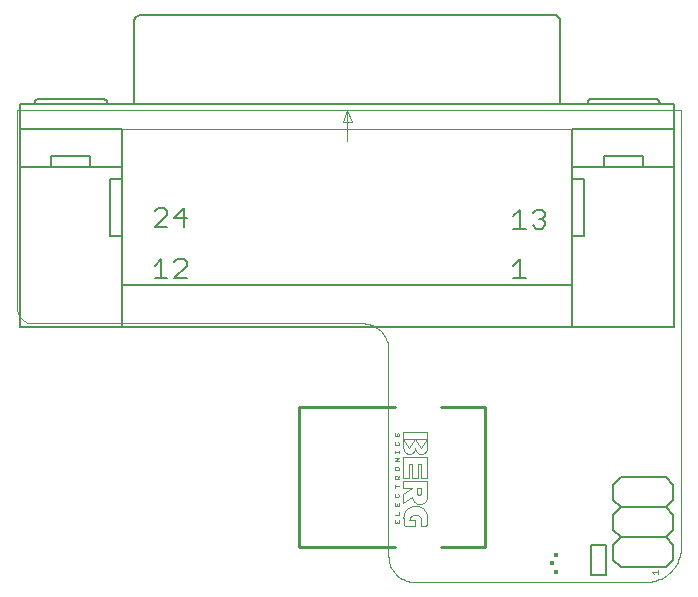
<source format=gto>
G75*
%MOIN*%
%OFA0B0*%
%FSLAX24Y24*%
%IPPOS*%
%LPD*%
%AMOC8*
5,1,8,0,0,1.08239X$1,22.5*
%
%ADD10C,0.0039*%
%ADD11C,0.0040*%
%ADD12C,0.0060*%
%ADD13C,0.0020*%
%ADD14C,0.0070*%
%ADD15C,0.0100*%
%ADD16C,0.0010*%
%ADD17R,0.0167X0.0128*%
%ADD18R,0.0138X0.0138*%
%ADD19C,0.0050*%
D10*
X011639Y008800D02*
X011696Y008798D01*
X011753Y008793D01*
X011810Y008783D01*
X011865Y008770D01*
X011920Y008754D01*
X011974Y008733D01*
X012026Y008710D01*
X012077Y008683D01*
X012125Y008653D01*
X012172Y008619D01*
X012216Y008583D01*
X012258Y008544D01*
X012297Y008502D01*
X012333Y008458D01*
X012367Y008411D01*
X012397Y008363D01*
X012424Y008312D01*
X012447Y008260D01*
X012468Y008206D01*
X012484Y008151D01*
X012497Y008096D01*
X012507Y008039D01*
X012512Y007982D01*
X012514Y007925D01*
X012514Y001050D01*
X012516Y000993D01*
X012521Y000936D01*
X012531Y000879D01*
X012544Y000824D01*
X012560Y000769D01*
X012581Y000715D01*
X012604Y000663D01*
X012631Y000613D01*
X012661Y000564D01*
X012695Y000517D01*
X012731Y000473D01*
X012770Y000431D01*
X012812Y000392D01*
X012856Y000356D01*
X012903Y000322D01*
X012952Y000292D01*
X013002Y000265D01*
X013054Y000242D01*
X013108Y000221D01*
X013163Y000205D01*
X013218Y000192D01*
X013275Y000182D01*
X013332Y000177D01*
X013389Y000175D01*
X021014Y000175D01*
X022264Y001300D02*
X022264Y015925D01*
X000139Y015925D01*
X000139Y009300D01*
X000141Y009256D01*
X000147Y009213D01*
X000156Y009171D01*
X000169Y009129D01*
X000186Y009089D01*
X000206Y009050D01*
X000229Y009013D01*
X000256Y008979D01*
X000285Y008946D01*
X000318Y008917D01*
X000352Y008890D01*
X000389Y008867D01*
X000428Y008847D01*
X000468Y008830D01*
X000510Y008817D01*
X000552Y008808D01*
X000595Y008802D01*
X000639Y008800D01*
X011639Y008800D01*
X021015Y000176D02*
X021081Y000174D01*
X021148Y000176D01*
X021214Y000182D01*
X021280Y000192D01*
X021346Y000205D01*
X021410Y000222D01*
X021474Y000242D01*
X021536Y000266D01*
X021597Y000294D01*
X021656Y000324D01*
X021713Y000358D01*
X021768Y000396D01*
X021822Y000436D01*
X021872Y000479D01*
X021921Y000525D01*
X021966Y000574D01*
X022009Y000625D01*
X022049Y000678D01*
X022086Y000734D01*
X022120Y000792D01*
X022150Y000851D01*
X022177Y000912D01*
X022201Y000974D01*
X022221Y001038D01*
X022237Y001103D01*
X022250Y001168D01*
X022259Y001234D01*
X022264Y001301D01*
D11*
X021494Y000578D02*
X021494Y000445D01*
X021494Y000512D02*
X021294Y000512D01*
X021361Y000445D01*
D12*
X021764Y000675D02*
X020264Y000675D01*
X020014Y000925D01*
X020014Y001425D01*
X020264Y001675D01*
X021764Y001675D01*
X022014Y001925D01*
X022014Y002425D01*
X021764Y002675D01*
X022014Y002925D01*
X022014Y003425D01*
X021764Y003675D01*
X020264Y003675D01*
X020014Y003425D01*
X020014Y002925D01*
X020264Y002675D01*
X021764Y002675D01*
X021764Y001675D02*
X022014Y001425D01*
X022014Y000925D01*
X021764Y000675D01*
X020264Y001675D02*
X020014Y001925D01*
X020014Y002425D01*
X020264Y002675D01*
X018639Y008675D02*
X018639Y011725D01*
X019039Y011725D01*
X019039Y013625D01*
X018639Y013625D01*
X018639Y014025D01*
X019699Y014025D01*
X019699Y014375D01*
X020999Y014375D01*
X020999Y014025D01*
X022039Y014025D01*
X022039Y008675D01*
X018639Y008675D01*
X003639Y008675D01*
X003639Y011725D01*
X003239Y011725D01*
X003239Y013625D01*
X003639Y013625D01*
X003639Y014025D01*
X002579Y014025D01*
X002579Y014375D01*
X001279Y014375D01*
X001279Y014025D01*
X000239Y014025D01*
X000239Y016125D01*
X000729Y016125D01*
X000729Y016175D01*
X000729Y016125D02*
X003129Y016125D01*
X003129Y016175D01*
X003129Y016125D02*
X004039Y016125D01*
X004039Y018875D01*
X004041Y018901D01*
X004046Y018927D01*
X004054Y018952D01*
X004066Y018975D01*
X004080Y018997D01*
X004098Y019016D01*
X004117Y019034D01*
X004139Y019048D01*
X004162Y019060D01*
X004187Y019068D01*
X004213Y019073D01*
X004239Y019075D01*
X018039Y019075D01*
X018065Y019073D01*
X018091Y019068D01*
X018116Y019060D01*
X018139Y019048D01*
X018161Y019034D01*
X018180Y019016D01*
X018198Y018997D01*
X018212Y018975D01*
X018224Y018952D01*
X018232Y018927D01*
X018237Y018901D01*
X018239Y018875D01*
X018239Y016125D01*
X019149Y016125D01*
X019149Y016175D01*
X019149Y016125D02*
X021549Y016125D01*
X021549Y016175D01*
X021549Y016125D02*
X022039Y016125D01*
X022039Y014025D01*
X020999Y014025D02*
X019699Y014025D01*
X018639Y014025D02*
X018639Y015275D01*
X022039Y015275D01*
X021549Y016175D02*
X021547Y016192D01*
X021543Y016209D01*
X021536Y016225D01*
X021526Y016239D01*
X021513Y016252D01*
X021499Y016262D01*
X021483Y016269D01*
X021466Y016273D01*
X021449Y016275D01*
X019249Y016275D01*
X019232Y016273D01*
X019215Y016269D01*
X019199Y016262D01*
X019185Y016252D01*
X019172Y016239D01*
X019162Y016225D01*
X019155Y016209D01*
X019151Y016192D01*
X019149Y016175D01*
X018239Y016125D02*
X004039Y016125D01*
X003639Y015275D02*
X003639Y014025D01*
X003639Y013625D02*
X003639Y011725D01*
X003639Y010075D02*
X018639Y010075D01*
X018639Y011725D02*
X018639Y013625D01*
X003639Y015275D02*
X000239Y015275D01*
X000729Y016175D02*
X000731Y016192D01*
X000735Y016209D01*
X000742Y016225D01*
X000752Y016239D01*
X000765Y016252D01*
X000779Y016262D01*
X000795Y016269D01*
X000812Y016273D01*
X000829Y016275D01*
X003029Y016275D01*
X003046Y016273D01*
X003063Y016269D01*
X003079Y016262D01*
X003093Y016252D01*
X003106Y016239D01*
X003116Y016225D01*
X003123Y016209D01*
X003127Y016192D01*
X003129Y016175D01*
X002579Y014025D02*
X001279Y014025D01*
X000239Y014025D02*
X000239Y008675D01*
X003639Y008675D01*
D13*
X011139Y014875D02*
X011139Y015925D01*
X011289Y015525D01*
X010989Y015525D01*
X011139Y015925D01*
X012039Y015925D01*
X011139Y015925D02*
X010239Y015925D01*
X003639Y015275D02*
X018639Y015275D01*
X013802Y005185D02*
X013014Y005185D01*
X013014Y004939D01*
X013014Y004644D01*
X013016Y004617D01*
X013021Y004591D01*
X013030Y004566D01*
X013043Y004542D01*
X013058Y004520D01*
X013077Y004500D01*
X013097Y004483D01*
X013120Y004469D01*
X013145Y004458D01*
X013171Y004451D01*
X013198Y004447D01*
X013224Y004447D01*
X013251Y004451D01*
X013277Y004458D01*
X013302Y004469D01*
X013325Y004483D01*
X013345Y004500D01*
X013364Y004520D01*
X013379Y004542D01*
X013392Y004566D01*
X013401Y004591D01*
X013406Y004617D01*
X013408Y004644D01*
X013211Y004644D02*
X013014Y004939D01*
X013408Y004939D01*
X013211Y004644D01*
X013408Y004939D02*
X013605Y004644D01*
X013408Y004644D02*
X013410Y004617D01*
X013415Y004591D01*
X013424Y004566D01*
X013437Y004542D01*
X013452Y004520D01*
X013471Y004500D01*
X013491Y004483D01*
X013514Y004469D01*
X013539Y004458D01*
X013565Y004451D01*
X013592Y004447D01*
X013618Y004447D01*
X013645Y004451D01*
X013671Y004458D01*
X013696Y004469D01*
X013719Y004483D01*
X013739Y004500D01*
X013758Y004520D01*
X013773Y004542D01*
X013786Y004566D01*
X013795Y004591D01*
X013800Y004617D01*
X013802Y004644D01*
X013802Y004939D01*
X013605Y004644D01*
X013408Y004939D02*
X013802Y004939D01*
X013802Y005185D01*
X013802Y004348D02*
X013014Y004348D01*
X013014Y003659D01*
X013211Y003659D01*
X013211Y004102D01*
X013310Y004102D01*
X013310Y003659D01*
X013506Y003659D01*
X013506Y004102D01*
X013605Y004102D01*
X013605Y003659D01*
X013802Y003659D01*
X013802Y004348D01*
X013802Y003561D02*
X013014Y003561D01*
X013014Y003315D01*
X013310Y003315D01*
X013014Y003118D01*
X013014Y002823D01*
X013310Y003019D01*
X013457Y003167D02*
X013457Y003315D01*
X013605Y003315D01*
X013605Y003167D01*
X013603Y003152D01*
X013599Y003137D01*
X013591Y003124D01*
X013581Y003112D01*
X013568Y003103D01*
X013554Y003097D01*
X013539Y003093D01*
X013523Y003093D01*
X013508Y003097D01*
X013494Y003103D01*
X013481Y003112D01*
X013471Y003124D01*
X013463Y003137D01*
X013459Y003152D01*
X013457Y003167D01*
X013310Y003019D02*
X013312Y002989D01*
X013317Y002960D01*
X013326Y002932D01*
X013338Y002905D01*
X013354Y002879D01*
X013372Y002856D01*
X013393Y002835D01*
X013416Y002817D01*
X013442Y002801D01*
X013469Y002789D01*
X013497Y002780D01*
X013526Y002775D01*
X013556Y002773D01*
X013586Y002775D01*
X013615Y002780D01*
X013643Y002789D01*
X013670Y002801D01*
X013696Y002817D01*
X013719Y002835D01*
X013740Y002856D01*
X013758Y002879D01*
X013774Y002905D01*
X013786Y002932D01*
X013795Y002960D01*
X013800Y002989D01*
X013802Y003019D01*
X013802Y003561D01*
X013014Y002331D02*
X013016Y002271D01*
X013022Y002211D01*
X013032Y002152D01*
X013046Y002093D01*
X013063Y002036D01*
X013064Y002035D02*
X013408Y002035D01*
X013408Y002232D01*
X013605Y002232D02*
X013603Y002259D01*
X013598Y002285D01*
X013589Y002310D01*
X013576Y002334D01*
X013561Y002356D01*
X013542Y002376D01*
X013522Y002393D01*
X013499Y002407D01*
X013474Y002418D01*
X013448Y002425D01*
X013421Y002429D01*
X013395Y002429D01*
X013368Y002425D01*
X013342Y002418D01*
X013317Y002407D01*
X013294Y002393D01*
X013274Y002376D01*
X013255Y002356D01*
X013240Y002334D01*
X013227Y002310D01*
X013218Y002285D01*
X013213Y002259D01*
X013211Y002232D01*
X013408Y002232D01*
X013802Y002331D02*
X013800Y002370D01*
X013794Y002408D01*
X013785Y002445D01*
X013772Y002482D01*
X013755Y002517D01*
X013736Y002550D01*
X013713Y002581D01*
X013687Y002610D01*
X013658Y002636D01*
X013627Y002659D01*
X013594Y002678D01*
X013559Y002695D01*
X013522Y002708D01*
X013485Y002717D01*
X013447Y002723D01*
X013408Y002725D01*
X013369Y002723D01*
X013331Y002717D01*
X013294Y002708D01*
X013257Y002695D01*
X013222Y002678D01*
X013189Y002659D01*
X013158Y002636D01*
X013129Y002610D01*
X013103Y002581D01*
X013080Y002550D01*
X013061Y002517D01*
X013044Y002482D01*
X013031Y002445D01*
X013022Y002408D01*
X013016Y002370D01*
X013014Y002331D01*
X013605Y002232D02*
X013610Y002183D01*
X013612Y002134D01*
X013610Y002085D01*
X013605Y002036D01*
X013605Y002037D02*
X013780Y002037D01*
X013780Y002031D02*
X013791Y002105D01*
X013798Y002180D01*
X013802Y002255D01*
X013801Y002330D01*
D14*
X016674Y010310D02*
X017095Y010310D01*
X016885Y010310D02*
X016885Y010941D01*
X016674Y010730D01*
X016674Y011960D02*
X017095Y011960D01*
X016885Y011960D02*
X016885Y012591D01*
X016674Y012380D01*
X017319Y012485D02*
X017424Y012591D01*
X017634Y012591D01*
X017739Y012485D01*
X017739Y012380D01*
X017634Y012275D01*
X017739Y012170D01*
X017739Y012065D01*
X017634Y011960D01*
X017424Y011960D01*
X017319Y012065D01*
X017529Y012275D02*
X017634Y012275D01*
X005789Y012325D02*
X005369Y012325D01*
X005684Y012641D01*
X005684Y012010D01*
X005145Y012010D02*
X004724Y012010D01*
X005145Y012430D01*
X005145Y012535D01*
X005040Y012641D01*
X004829Y012641D01*
X004724Y012535D01*
X004935Y010941D02*
X004935Y010310D01*
X005145Y010310D02*
X004724Y010310D01*
X004724Y010730D02*
X004935Y010941D01*
X005369Y010835D02*
X005474Y010941D01*
X005684Y010941D01*
X005789Y010835D01*
X005789Y010730D01*
X005369Y010310D01*
X005789Y010310D01*
D15*
X009518Y001352D02*
X012719Y001352D01*
X014268Y001352D02*
X015719Y001352D01*
X015719Y005998D01*
X014268Y005998D01*
X012719Y005998D02*
X009518Y005998D01*
X009518Y001352D01*
D16*
X012716Y002135D02*
X012866Y002135D01*
X012866Y002235D01*
X012791Y002185D02*
X012791Y002135D01*
X012716Y002135D02*
X012716Y002235D01*
X012716Y002430D02*
X012866Y002430D01*
X012866Y002530D01*
X012866Y002725D02*
X012716Y002725D01*
X012716Y002825D01*
X012791Y002775D02*
X012791Y002725D01*
X012866Y002725D02*
X012866Y002825D01*
X012841Y003019D02*
X012741Y003019D01*
X012716Y003044D01*
X012716Y003094D01*
X012741Y003119D01*
X012841Y003119D02*
X012866Y003094D01*
X012866Y003044D01*
X012841Y003019D01*
X012716Y003314D02*
X012716Y003414D01*
X012716Y003364D02*
X012866Y003364D01*
X012866Y003609D02*
X012716Y003609D01*
X012716Y003684D01*
X012741Y003709D01*
X012791Y003709D01*
X012816Y003684D01*
X012816Y003609D01*
X012816Y003659D02*
X012866Y003709D01*
X012841Y003903D02*
X012741Y003903D01*
X012716Y003928D01*
X012716Y003978D01*
X012741Y004003D01*
X012841Y004003D01*
X012866Y003978D01*
X012866Y003928D01*
X012841Y003903D01*
X012866Y004198D02*
X012716Y004198D01*
X012866Y004298D01*
X012716Y004298D01*
X012716Y004492D02*
X012716Y004543D01*
X012716Y004517D02*
X012866Y004517D01*
X012866Y004492D02*
X012866Y004543D01*
X012841Y004738D02*
X012741Y004738D01*
X012716Y004763D01*
X012716Y004813D01*
X012741Y004838D01*
X012841Y004838D02*
X012866Y004813D01*
X012866Y004763D01*
X012841Y004738D01*
X012841Y005033D02*
X012866Y005058D01*
X012866Y005108D01*
X012841Y005133D01*
X012816Y005133D01*
X012791Y005108D01*
X012791Y005058D01*
X012766Y005033D01*
X012741Y005033D01*
X012716Y005058D01*
X012716Y005108D01*
X012741Y005133D01*
D17*
X018111Y001071D03*
X018111Y000529D03*
D18*
X017958Y000800D03*
D19*
X019264Y000425D02*
X019264Y001425D01*
X019764Y001425D01*
X019764Y000425D01*
X019264Y000425D01*
M02*

</source>
